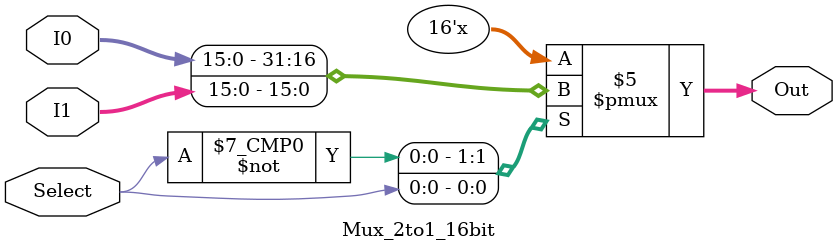
<source format=v>
module Mux_2to1_16bit (I0, I1, Select, Out);

  // ports
  input wire [15:0] I0;
  input wire [15:0] I1;
  input wire Select;
  output reg [15:0] Out;

  // internal
  reg error;

  always @(I0,I1,Select) begin
    case (Select)
      1'b0: begin
        Out = I0;
        error = 0;
      end
      1'b1: begin
        Out = I1;
        error = 0;
      end
      default: error=1; // Default case 
    endcase
  end

endmodule
</source>
